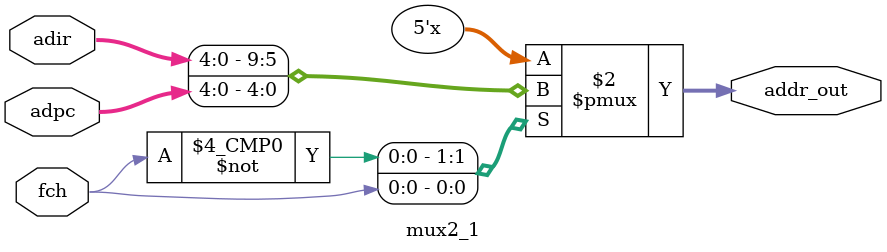
<source format=v>
module mux2_1 (adir, adpc, fch, addr_out);

input	fch; // fetch
input	[4:0] adir, adpc; //Address from Instruction Register 
						  //Address from Program Counter
output	reg[4:0] addr_out;//修改了變數名稱 admem -> addr_out (Address output)

always@(fch or adpc or adir) begin
	case (fch)
		1'b0 : addr_out = adir;//指令暫存器的指令位址
		1'b1 : addr_out = adpc;//程式計數器的下一行地址
	endcase
end

endmodule
</source>
